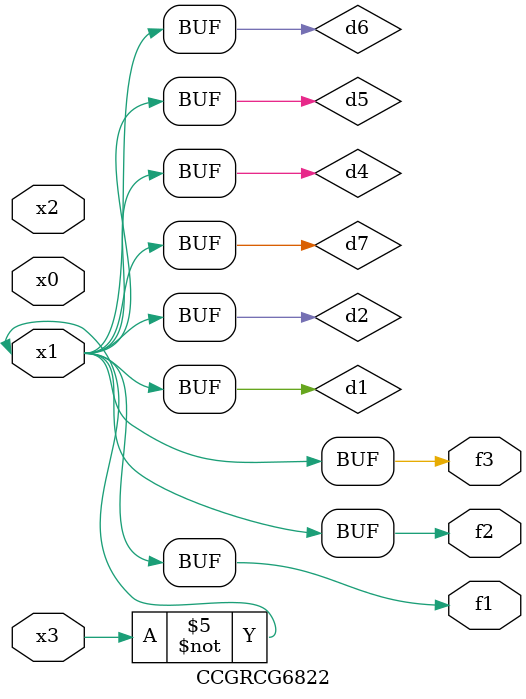
<source format=v>
module CCGRCG6822(
	input x0, x1, x2, x3,
	output f1, f2, f3
);

	wire d1, d2, d3, d4, d5, d6, d7;

	not (d1, x3);
	buf (d2, x1);
	xnor (d3, d1, d2);
	nor (d4, d1);
	buf (d5, d1, d2);
	buf (d6, d4, d5);
	nand (d7, d4);
	assign f1 = d6;
	assign f2 = d7;
	assign f3 = d6;
endmodule

</source>
